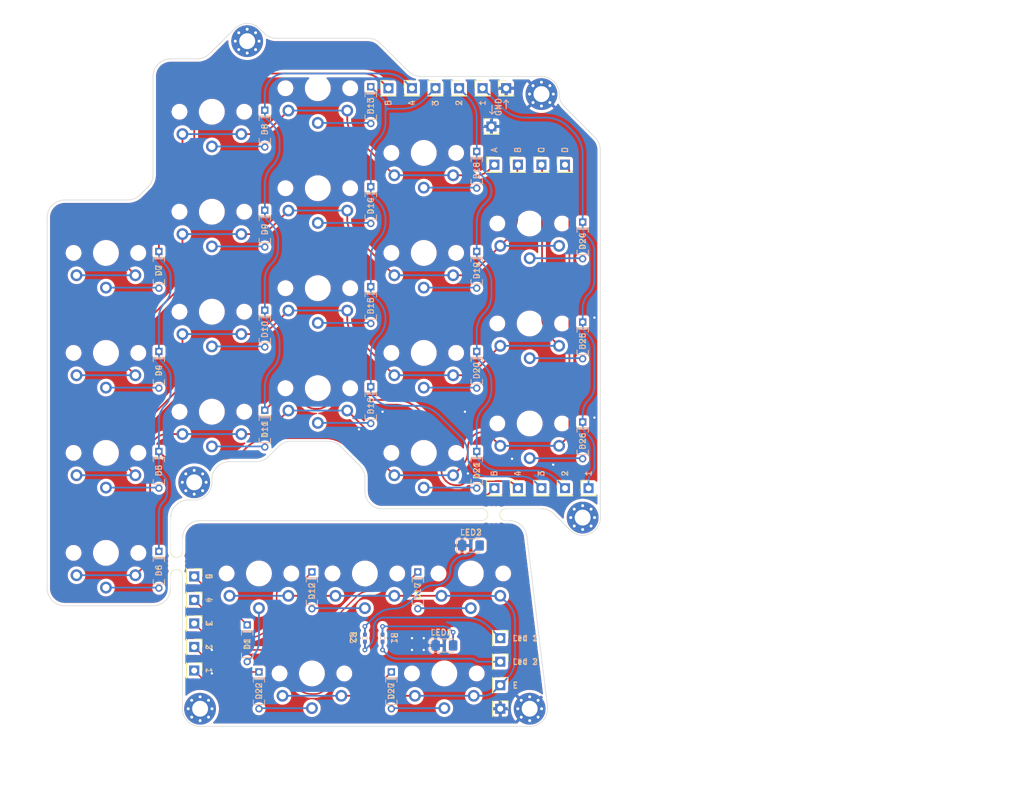
<source format=kicad_pcb>
(kicad_pcb (version 20211014) (generator pcbnew)

  (general
    (thickness 1.6)
  )

  (paper "A4")
  (layers
    (0 "F.Cu" signal)
    (31 "B.Cu" signal)
    (32 "B.Adhes" user "B.Adhesive")
    (33 "F.Adhes" user "F.Adhesive")
    (34 "B.Paste" user)
    (35 "F.Paste" user)
    (36 "B.SilkS" user "B.Silkscreen")
    (37 "F.SilkS" user "F.Silkscreen")
    (38 "B.Mask" user)
    (39 "F.Mask" user)
    (40 "Dwgs.User" user "User.Drawings")
    (41 "Cmts.User" user "User.Comments")
    (42 "Eco1.User" user "User.Eco1")
    (43 "Eco2.User" user "User.Eco2")
    (44 "Edge.Cuts" user)
    (45 "Margin" user)
    (46 "B.CrtYd" user "B.Courtyard")
    (47 "F.CrtYd" user "F.Courtyard")
    (48 "B.Fab" user)
    (49 "F.Fab" user)
    (50 "User.1" user)
    (51 "User.2" user)
    (52 "User.3" user)
    (53 "User.4" user)
    (54 "User.5" user)
    (55 "User.6" user)
    (56 "User.7" user)
    (57 "User.8" user)
    (58 "User.9" user)
  )

  (setup
    (stackup
      (layer "F.SilkS" (type "Top Silk Screen") (color "White"))
      (layer "F.Paste" (type "Top Solder Paste"))
      (layer "F.Mask" (type "Top Solder Mask") (color "Purple") (thickness 0.01))
      (layer "F.Cu" (type "copper") (thickness 0.035))
      (layer "dielectric 1" (type "core") (thickness 1.51) (material "FR4") (epsilon_r 4.5) (loss_tangent 0.02))
      (layer "B.Cu" (type "copper") (thickness 0.035))
      (layer "B.Mask" (type "Bottom Solder Mask") (color "Purple") (thickness 0.01))
      (layer "B.Paste" (type "Bottom Solder Paste"))
      (layer "B.SilkS" (type "Bottom Silk Screen") (color "White"))
      (copper_finish "None")
      (dielectric_constraints no)
    )
    (pad_to_mask_clearance 0)
    (pcbplotparams
      (layerselection 0x00010fc_ffffffff)
      (disableapertmacros false)
      (usegerberextensions false)
      (usegerberattributes true)
      (usegerberadvancedattributes true)
      (creategerberjobfile true)
      (svguseinch false)
      (svgprecision 6)
      (excludeedgelayer true)
      (plotframeref false)
      (viasonmask false)
      (mode 1)
      (useauxorigin false)
      (hpglpennumber 1)
      (hpglpenspeed 20)
      (hpglpendiameter 15.000000)
      (dxfpolygonmode true)
      (dxfimperialunits true)
      (dxfusepcbnewfont true)
      (psnegative false)
      (psa4output false)
      (plotreference true)
      (plotvalue true)
      (plotinvisibletext false)
      (sketchpadsonfab false)
      (subtractmaskfromsilk false)
      (outputformat 1)
      (mirror false)
      (drillshape 1)
      (scaleselection 1)
      (outputdirectory "")
    )
  )

  (net 0 "")
  (net 1 "GND")
  (net 2 "/LED1")
  (net 3 "Net-(D1-Pad2)")
  (net 4 "/LED2")
  (net 5 "/5")
  (net 6 "Net-(D4-Pad2)")
  (net 7 "Net-(D5-Pad2)")
  (net 8 "Net-(D6-Pad2)")
  (net 9 "/4")
  (net 10 "Net-(D8-Pad2)")
  (net 11 "Net-(D9-Pad2)")
  (net 12 "Net-(D10-Pad2)")
  (net 13 "Net-(D11-Pad2)")
  (net 14 "Net-(D12-Pad2)")
  (net 15 "/3")
  (net 16 "Net-(D13-Pad2)")
  (net 17 "Net-(D14-Pad2)")
  (net 18 "Net-(D15-Pad2)")
  (net 19 "Net-(D16-Pad2)")
  (net 20 "Net-(D17-Pad2)")
  (net 21 "/2")
  (net 22 "Net-(D18-Pad2)")
  (net 23 "Net-(D19-Pad2)")
  (net 24 "Net-(D20-Pad2)")
  (net 25 "Net-(D21-Pad2)")
  (net 26 "Net-(D22-Pad2)")
  (net 27 "/1")
  (net 28 "Net-(D24-Pad2)")
  (net 29 "Net-(D25-Pad2)")
  (net 30 "Net-(D26-Pad2)")
  (net 31 "Net-(D27-Pad2)")
  (net 32 "Net-(D2-Pad2)")
  (net 33 "Net-(D3-Pad2)")
  (net 34 "Net-(D7-Pad2)")
  (net 35 "/B")
  (net 36 "/C")
  (net 37 "/D")
  (net 38 "/A")
  (net 39 "/E")

  (footprint "resist_the:DIOAD829W49L456D191" (layer "F.Cu") (at 101 41 -90))

  (footprint "LED_SMD:LED_1206_3216Metric_Pad1.42x1.75mm_HandSolder" (layer "F.Cu") (at 131.5 128.75))

  (footprint "resist_the:DIOAD829W49L456D191" (layer "F.Cu") (at 127 119.5 -90))

  (footprint "mbk:Choc-1u-solder-flip" (layer "F.Cu") (at 136 116.5))

  (footprint "MountingHole:MountingHole_2.7mm_M2.5_Pad_Via" (layer "F.Cu") (at 155 107))

  (footprint "Connector_PinHeader_2.54mm:PinHeader_1x01_P2.54mm_Vertical" (layer "F.Cu") (at 152 102))

  (footprint "mbk:Choc-1u-solder-flip" (layer "F.Cu") (at 74 96))

  (footprint "Panelization:mouse-bite-2mm-slot" (layer "F.Cu") (at 86 114.8 90))

  (footprint "resist_the:DIOAD829W49L456D191" (layer "F.Cu") (at 83 116 -90))

  (footprint "mbk:Choc-1u-solder-flip" (layer "F.Cu") (at 100 116.5))

  (footprint "Connector_PinHeader_2.54mm:PinHeader_1x01_P2.54mm_Vertical" (layer "F.Cu") (at 142 34))

  (footprint "mbk:Choc-1u-solder-flip" (layer "F.Cu") (at 128 62))

  (footprint "Panelization:mouse-bite-2mm-slot" (layer "F.Cu") (at 139.9 106.5))

  (footprint "Connector_PinHeader_2.54mm:PinHeader_1x01_P2.54mm_Vertical" (layer "F.Cu") (at 122 34))

  (footprint "mbk:Choc-1u-solder-flip" (layer "F.Cu") (at 131.5 133.5))

  (footprint "Connector_PinHeader_2.54mm:PinHeader_1x01_P2.54mm_Vertical" (layer "F.Cu") (at 144 47))

  (footprint "mbk:Choc-1u-solder-flip" (layer "F.Cu") (at 92 89))

  (footprint "mbk:Choc-1u-solder-flip" (layer "F.Cu") (at 146 74))

  (footprint "mbk:Choc-1u-solder-flip" (layer "F.Cu") (at 128 45))

  (footprint "Resistor_SMD:R_0402_1005Metric_Pad0.72x0.64mm_HandSolder" (layer "F.Cu") (at 121 127.5 -90))

  (footprint "resist_the:DIOAD829W49L456D191" (layer "F.Cu") (at 101 92 -90))

  (footprint "mbk:Choc-1u-solder-flip" (layer "F.Cu") (at 118 116.5))

  (footprint "Connector_PinHeader_2.54mm:PinHeader_1x01_P2.54mm_Vertical" (layer "F.Cu") (at 141 135.5 -90))

  (footprint "mbk:Choc-1u-solder-flip" (layer "F.Cu") (at 128 79))

  (footprint "mbk:Choc-1u-solder-flip" (layer "F.Cu") (at 128 96))

  (footprint "resist_the:DIOAD829W49L456D191" (layer "F.Cu") (at 137 65 -90))

  (footprint "MountingHole:MountingHole_2.7mm_M2.5_Pad_Via" (layer "F.Cu") (at 148 35))

  (footprint "resist_the:DIOAD829W49L456D191" (layer "F.Cu") (at 119 71 -90))

  (footprint "mbk:Choc-1u-solder-flip" (layer "F.Cu") (at 92 55))

  (footprint "Connector_PinHeader_2.54mm:PinHeader_1x01_P2.54mm_Vertical" (layer "F.Cu") (at 89 121 -90))

  (footprint "resist_the:DIOAD829W49L456D191" (layer "F.Cu") (at 101 75 -90))

  (footprint "Resistor_SMD:R_0402_1005Metric_Pad0.72x0.64mm_HandSolder" (layer "F.Cu") (at 118 127.5 -90))

  (footprint "Connector_PinHeader_2.54mm:PinHeader_1x01_P2.54mm_Vertical" (layer "F.Cu") (at 156 102))

  (footprint "resist_the:DIOAD829W49L456D191" (layer "F.Cu") (at 119 88 -90))

  (footprint "Connector_PinHeader_2.54mm:PinHeader_1x01_P2.54mm_Vertical" (layer "F.Cu") (at 141 139.5 -90))

  (footprint "mbk:Choc-1u-solder-flip" (layer "F.Cu") (at 74 62))

  (footprint "Connector_PinHeader_2.54mm:PinHeader_1x01_P2.54mm_Vertical" (layer "F.Cu") (at 140 47))

  (footprint "Connector_PinHeader_2.54mm:PinHeader_1x01_P2.54mm_Vertical" (layer "F.Cu") (at 89 125 -90))

  (footprint "Connector_PinHeader_2.54mm:PinHeader_1x01_P2.54mm_Vertical" (layer "F.Cu") (at 148 47))

  (footprint "MountingHole:MountingHole_2.7mm_M2.5_Pad_Via" (layer "F.Cu") (at 89 101))

  (footprint "Connector_PinHeader_2.54mm:PinHeader_1x01_P2.54mm_Vertical" (layer "F.Cu") (at 89 117 -90))

  (footprint "resist_the:DIOAD829W49L456D191" (layer "F.Cu") (at 101 58 -90))

  (footprint "Connector_PinHeader_2.54mm:PinHeader_1x01_P2.54mm_Vertical" (layer "F.Cu") (at 144 102))

  (footprint "Connector_PinHeader_2.54mm:PinHeader_1x01_P2.54mm_Vertical" (layer "F.Cu") (at 152 47))

  (footprint "LED_SMD:LED_1206_3216Metric_Pad1.42x1.75mm_HandSolder" (layer "F.Cu") (at 136 111.75))

  (footprint "Connector_PinHeader_2.54mm:PinHeader_1x01_P2.54mm_Vertical" (layer "F.Cu") (at 141 127.5 -90))

  (footprint "MountingHole:MountingHole_2.7mm_M2.5_Pad_Via" (layer "F.Cu") (at 98 26))

  (footprint "Connector_PinHeader_2.54mm:PinHeader_1x01_P2.54mm_Vertical" (layer "F.Cu")
    (tedit 59FED5CC) (tstamp 862873a3-b984-484d-a303-7c8f4a55aaf2)
    (at 134 34)
    (descr "Through hole straight pin header, 1x01, 2.54mm pitch, single row")
    (tags "Through hole pin header THT 1x01 2.54mm single row")
    (property "Sheetfile" "meowboard.kicad_sch")
    (property "Sheetname" "")
    (path "/64a67706-1998-4c3c-b561-cfd1debbff51")
    (attr through_hole)
    (fp_text reference "J4" (at 0 -2.33) (layer "F.SilkS") hide
      (effects (font (size 1 1) (thickness 0.15)))
      (tstamp 0aee1bd0-f634-4bea-bfb2-b5ddb9ee4241)
    )
    (fp_text value "Conn_01x01" (at 0 2.33) (layer "F.Fab")
      (effects (font (size 1 1) (thickness 0.15)))
      (tstamp 4d700687-f242-402f-9afa-f431bb18bec1)
    )
    (fp_text user "${REFERENCE}" (at 0 0 90) (layer "F.Fab")
      (effects (font (size 1 1) (thickness 0.15)))
      (tstamp f8e0f77c-0961-43d6-bec4-63c418e53843)
    )
    (fp_line (start 1.33 1.27) (end 1.33 1.33) (layer "F.SilkS") (width 0.12) (tstamp 08362b20-d6fa-467e-9b9c-1771ce1e3a5a))
    (fp_line (start -1.33 -1.33) (end 0 -1.33) (layer "F.SilkS") (width 0.12) (tstamp 31701844-16ba-4275-aeb2-ea8f70796dc3))
    (fp_line (start -1.33 1.33) (end 1.33 1.33) (layer "F.SilkS") (width 0.12) (tstamp 9b4d76ba-d6c7-4d69-b580-12d52ff1fafc))
    (fp_line (start -1.33 1.27) (end -1.33 1.33) (layer "F.SilkS") (width 0.12) (tstamp c83b92a5-d581-4cca-bd42-9fd24749e000))
    (fp_line (start -1.33 0) (end -1.33 -1.33) (layer "F.SilkS") (width 0.12) (tstamp db391daf-f3d1-4e0e-ad75-14a2d99609b6))
    (fp_line (start -1.33 1.27) (end 1.33 1.27) (layer "F.SilkS") (width 0.12) (tstamp f1979aea-2107-473a-ba43-840615336eb3))
    (fp_line (start -1.8 1.8) (end 1.8 1.8) (layer "F.CrtYd") (width 0.05) (tstamp 082f5c38-0aeb-4f51-9cc3-3a31699e92cd))
    (fp_line (start -1.8 -1.8) (end -1.8 1.8) (layer "F.CrtYd") (width 0.05) (tstamp 4ba5b4af-37b7-49f3-a0ed-294745beaf6c))
    (fp_line (start 1.8 1.8) (end 1.8 -1.8) (layer "F.CrtYd") (width 0.05) (tstamp 805e89ee-4de2-4382-a757-d6468bc617a0))
    (fp_line (start 1.8 -1.8) (end -1.8 -1.8) (layer "F.CrtYd") (width 0.05) (tstamp dae02d45-2bec-4280-a3e4-bd1d9b53235f))
    (fp_line (start 1
... [2115083 chars truncated]
</source>
